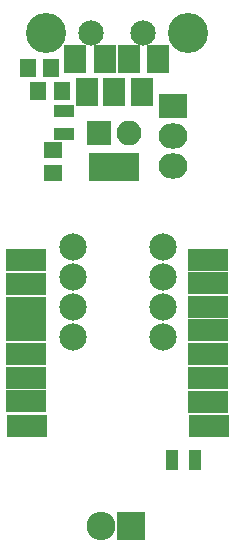
<source format=gbr>
G04 #@! TF.FileFunction,Soldermask,Top*
%FSLAX46Y46*%
G04 Gerber Fmt 4.6, Leading zero omitted, Abs format (unit mm)*
G04 Created by KiCad (PCBNEW 4.0.4-stable) date 01/28/17 22:06:06*
%MOMM*%
%LPD*%
G01*
G04 APERTURE LIST*
%ADD10C,0.100000*%
%ADD11C,2.305000*%
%ADD12R,3.400000X1.900000*%
%ADD13R,2.432000X2.432000*%
%ADD14O,2.432000X2.432000*%
%ADD15R,1.400000X1.650000*%
%ADD16R,2.432000X2.127200*%
%ADD17O,2.432000X2.127200*%
%ADD18R,1.700000X1.100000*%
%ADD19R,1.100000X1.700000*%
%ADD20R,4.200000X2.400000*%
%ADD21R,1.900000X2.400000*%
%ADD22C,2.150000*%
%ADD23C,3.399740*%
%ADD24R,2.100000X2.100000*%
%ADD25O,2.100000X2.100000*%
%ADD26R,1.650000X1.400000*%
G04 APERTURE END LIST*
D10*
D11*
X154740000Y-75480000D03*
X154740000Y-78020000D03*
X154740000Y-80560000D03*
X154740000Y-83100000D03*
X147120000Y-83100000D03*
X147120000Y-80560000D03*
X147120000Y-78020000D03*
X147120000Y-75480000D03*
D12*
X158617000Y-90702400D03*
X158566200Y-88670400D03*
X158490000Y-86587600D03*
X158515400Y-84606400D03*
X158490000Y-82574400D03*
X158515400Y-80593200D03*
X158490000Y-78586600D03*
X143178900Y-90664300D03*
X143102700Y-88581500D03*
X143102700Y-86600300D03*
X143090000Y-84581000D03*
X143090000Y-82549000D03*
X143090000Y-80644000D03*
X143090000Y-78612000D03*
X143090000Y-76580000D03*
X158490000Y-76580000D03*
D13*
X152030000Y-99170000D03*
D14*
X149490000Y-99170000D03*
D15*
X145250000Y-60350000D03*
X143250000Y-60350000D03*
D16*
X155570000Y-63570000D03*
D17*
X155570000Y-66110000D03*
X155570000Y-68650000D03*
D18*
X146330000Y-65930000D03*
X146330000Y-64030000D03*
D19*
X155520000Y-93530000D03*
X157420000Y-93530000D03*
D20*
X150610000Y-68720000D03*
D21*
X150610000Y-62420000D03*
X148310000Y-62420000D03*
X152910000Y-62420000D03*
X154300000Y-59600000D03*
X151800000Y-59600000D03*
X149800000Y-59600000D03*
D22*
X148600000Y-57400000D03*
X153000000Y-57400000D03*
D21*
X147300000Y-59600000D03*
D23*
X156800000Y-57400000D03*
X144800000Y-57400000D03*
D15*
X146140000Y-62330000D03*
X144140000Y-62330000D03*
D24*
X149280000Y-65840000D03*
D25*
X151820000Y-65840000D03*
D26*
X145380000Y-69280000D03*
X145380000Y-67280000D03*
M02*

</source>
